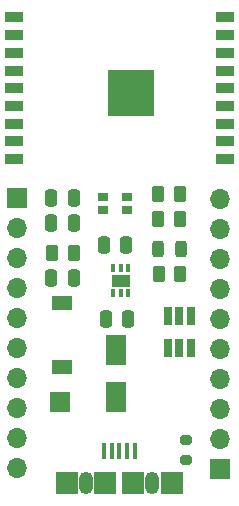
<source format=gbr>
G04 #@! TF.GenerationSoftware,KiCad,Pcbnew,6.0.2+dfsg-1*
G04 #@! TF.CreationDate,2022-02-19T23:14:45+01:00*
G04 #@! TF.ProjectId,e-tinkers-esp32-c3,652d7469-6e6b-4657-9273-2d6573703332,V1.0*
G04 #@! TF.SameCoordinates,Original*
G04 #@! TF.FileFunction,Soldermask,Top*
G04 #@! TF.FilePolarity,Negative*
%FSLAX46Y46*%
G04 Gerber Fmt 4.6, Leading zero omitted, Abs format (unit mm)*
G04 Created by KiCad (PCBNEW 6.0.2+dfsg-1) date 2022-02-19 23:14:45*
%MOMM*%
%LPD*%
G01*
G04 APERTURE LIST*
G04 Aperture macros list*
%AMRoundRect*
0 Rectangle with rounded corners*
0 $1 Rounding radius*
0 $2 $3 $4 $5 $6 $7 $8 $9 X,Y pos of 4 corners*
0 Add a 4 corners polygon primitive as box body*
4,1,4,$2,$3,$4,$5,$6,$7,$8,$9,$2,$3,0*
0 Add four circle primitives for the rounded corners*
1,1,$1+$1,$2,$3*
1,1,$1+$1,$4,$5*
1,1,$1+$1,$6,$7*
1,1,$1+$1,$8,$9*
0 Add four rect primitives between the rounded corners*
20,1,$1+$1,$2,$3,$4,$5,0*
20,1,$1+$1,$4,$5,$6,$7,0*
20,1,$1+$1,$6,$7,$8,$9,0*
20,1,$1+$1,$8,$9,$2,$3,0*%
G04 Aperture macros list end*
%ADD10RoundRect,0.250000X0.250000X0.475000X-0.250000X0.475000X-0.250000X-0.475000X0.250000X-0.475000X0*%
%ADD11RoundRect,0.250000X-0.250000X-0.475000X0.250000X-0.475000X0.250000X0.475000X-0.250000X0.475000X0*%
%ADD12R,1.800000X2.500000*%
%ADD13RoundRect,0.250000X-0.262500X-0.450000X0.262500X-0.450000X0.262500X0.450000X-0.262500X0.450000X0*%
%ADD14RoundRect,0.250000X0.262500X0.450000X-0.262500X0.450000X-0.262500X-0.450000X0.262500X-0.450000X0*%
%ADD15R,1.700000X1.250000*%
%ADD16RoundRect,0.243750X-0.243750X-0.456250X0.243750X-0.456250X0.243750X0.456250X-0.243750X0.456250X0*%
%ADD17RoundRect,0.100000X-0.100000X0.250000X-0.100000X-0.250000X0.100000X-0.250000X0.100000X0.250000X0*%
%ADD18R,1.600000X1.000000*%
%ADD19R,1.700000X1.700000*%
%ADD20R,0.650000X1.560000*%
%ADD21R,1.485000X0.900000*%
%ADD22R,4.000000X4.000000*%
%ADD23R,0.900000X0.700000*%
%ADD24RoundRect,0.200000X0.275000X-0.200000X0.275000X0.200000X-0.275000X0.200000X-0.275000X-0.200000X0*%
%ADD25C,0.100000*%
%ADD26R,0.400000X1.350000*%
%ADD27R,1.900000X1.900000*%
%ADD28O,1.200000X1.900000*%
%ADD29O,1.700000X1.700000*%
G04 APERTURE END LIST*
D10*
X208576000Y-88392000D03*
X206676000Y-88392000D03*
D11*
X202241750Y-86556250D03*
X204141750Y-86556250D03*
X202241750Y-84396250D03*
X204141750Y-84396250D03*
X202250000Y-91186000D03*
X204150000Y-91186000D03*
D12*
X207772000Y-97314000D03*
X207772000Y-101314000D03*
D13*
X211353000Y-90897500D03*
X213178000Y-90897500D03*
D14*
X213129500Y-86233000D03*
X211304500Y-86233000D03*
D13*
X211304500Y-84122006D03*
X213129500Y-84122006D03*
D14*
X204158250Y-89096250D03*
X202333250Y-89096250D03*
D15*
X203200000Y-98712000D03*
X203200000Y-93312000D03*
D16*
X211328000Y-88738500D03*
X213203000Y-88738500D03*
D17*
X208784000Y-90377500D03*
X208134000Y-90378000D03*
X207484000Y-90377500D03*
X207484000Y-92502500D03*
X208134000Y-92502500D03*
X208784000Y-92502500D03*
D18*
X208134000Y-91440000D03*
D19*
X203000000Y-101700000D03*
D20*
X212144000Y-97127000D03*
X213094000Y-97127000D03*
X214044000Y-97127000D03*
X214044000Y-94427000D03*
X213094000Y-94427000D03*
X212144000Y-94427000D03*
D10*
X208787000Y-94636000D03*
X206887000Y-94636000D03*
D21*
X199133500Y-69141000D03*
X199133500Y-70641000D03*
X199133500Y-72141000D03*
X199133500Y-73641000D03*
X199133500Y-75141000D03*
X199133500Y-76641000D03*
X199133500Y-78141000D03*
X199133500Y-79641000D03*
X199133500Y-81141000D03*
X216918500Y-81141000D03*
X216918500Y-79641000D03*
X216918500Y-78141000D03*
X216918500Y-76641000D03*
X216918500Y-75141000D03*
X216918500Y-73641000D03*
X216918500Y-72141000D03*
X216918500Y-70641000D03*
X216918500Y-69141000D03*
D22*
X209026000Y-75541000D03*
D23*
X206645000Y-84317000D03*
X206645000Y-85417000D03*
X208675000Y-85417000D03*
X208675000Y-84317000D03*
D24*
X213689000Y-106581000D03*
X213689000Y-104931000D03*
D25*
X206000000Y-106387500D03*
X210000000Y-106387500D03*
D26*
X206700000Y-105837500D03*
X207350000Y-105837500D03*
X208000000Y-105837500D03*
X208650000Y-105837500D03*
X209300000Y-105837500D03*
D27*
X209200000Y-108537500D03*
D28*
X205200000Y-108537500D03*
D27*
X206800000Y-108537500D03*
D28*
X210800000Y-108537500D03*
D27*
X212450000Y-108537500D03*
X203550000Y-108537500D03*
D19*
X199390000Y-84455000D03*
D29*
X199390000Y-86995000D03*
X199390000Y-89535000D03*
X199390000Y-92075000D03*
X199390000Y-94615000D03*
X199390000Y-97155000D03*
X199390000Y-99695000D03*
X199390000Y-102235000D03*
X199390000Y-104775000D03*
X199390000Y-107315000D03*
D19*
X216535000Y-107352000D03*
D29*
X216535000Y-104812000D03*
X216535000Y-102272000D03*
X216535000Y-99732000D03*
X216535000Y-97192000D03*
X216535000Y-94652000D03*
X216535000Y-92112000D03*
X216535000Y-89572000D03*
X216535000Y-87032000D03*
X216535000Y-84492000D03*
M02*

</source>
